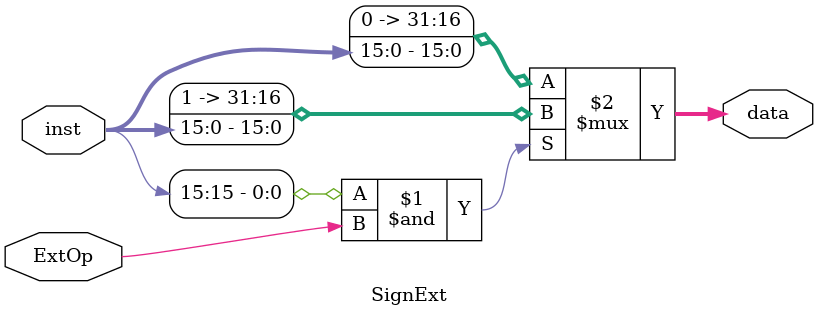
<source format=v>
`timescale 1ns / 1ps
module SignExt(
    input [15:0] inst, // ÊäÈë16Î»Á¢¼´Êý
    input  ExtOp,      //ÊÇ·ñ½øÐÐ·ûºÅÎ»ÍØÕ¹
    output [31:0] data // Êä³ö32Î»
);
// ¸ù¾Ý·ûºÅ²¹³ä·ûºÅÎ»
//Èç¹û·ûºÅÎ»Îª1£¬Ôò²¹³ä16¸ö1£¬¼´16'h ffff
//Èç¹û·ûºÅÎ»Îª0£¬Ôò²¹³ä16¸ö0
assign data= inst[15:15]&ExtOp?{16'hffff,inst}:{16'h0000,inst}; 
endmodule

</source>
